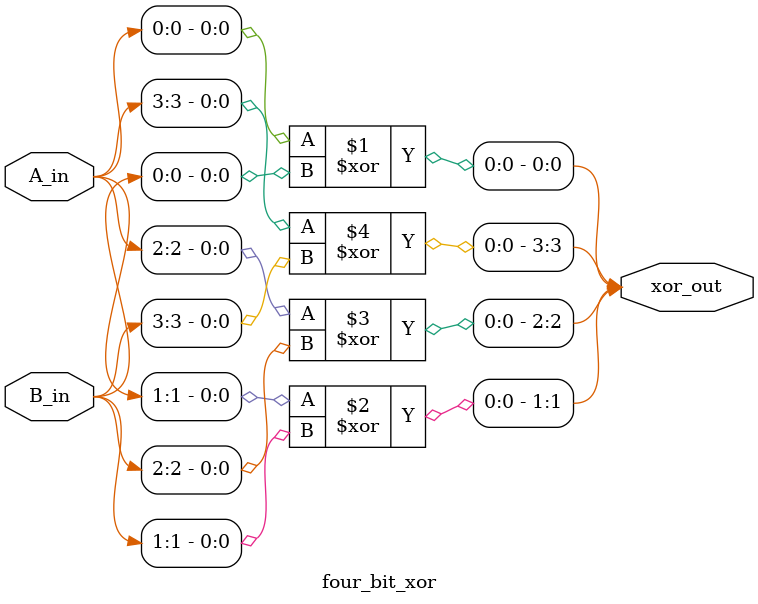
<source format=v>
module four_bit_xor(

    input [3:0] A_in,

    input [3:0] B_in,

    output [3:0] xor_out

    );

    

    xor g1(xor_out[0],A_in[0],B_in[0]);

    xor g2(xor_out[1],A_in[1],B_in[1]);

    xor g3(xor_out[2],A_in[2],B_in[2]);

    xor g4(xor_out[3],A_in[3],B_in[3]);

endmodule
</source>
